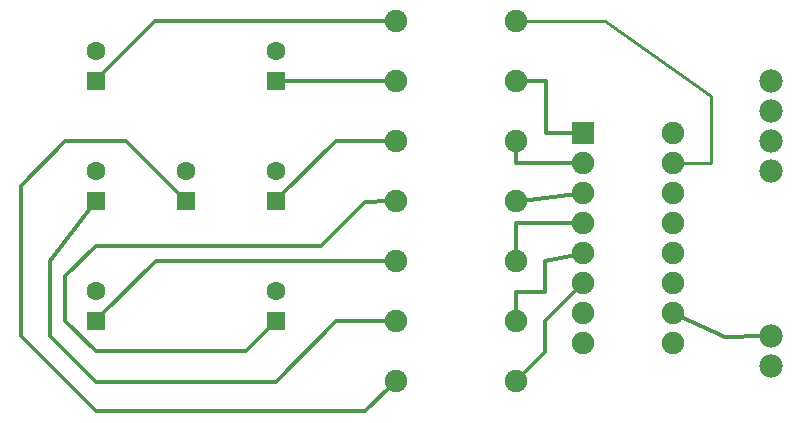
<source format=gtl>
G04 MADE WITH FRITZING*
G04 WWW.FRITZING.ORG*
G04 DOUBLE SIDED*
G04 HOLES PLATED*
G04 CONTOUR ON CENTER OF CONTOUR VECTOR*
%ASAXBY*%
%FSLAX23Y23*%
%MOIN*%
%OFA0B0*%
%SFA1.0B1.0*%
%ADD10C,0.075000*%
%ADD11C,0.062992*%
%ADD12C,0.078000*%
%ADD13R,0.062992X0.062992*%
%ADD14R,0.075000X0.075000*%
%ADD15C,0.011111*%
%ADD16C,0.012000*%
%LNCOPPER1*%
G90*
G70*
G54D10*
X1760Y1225D03*
X1360Y1225D03*
X1760Y1025D03*
X1360Y1025D03*
X1760Y1425D03*
X1360Y1425D03*
G54D11*
X960Y1427D03*
X960Y1525D03*
G54D12*
X2610Y575D03*
X2610Y475D03*
G54D11*
X360Y1027D03*
X360Y1125D03*
G54D10*
X1760Y825D03*
X1360Y825D03*
X1760Y425D03*
X1360Y425D03*
G54D11*
X960Y627D03*
X960Y725D03*
G54D12*
X2610Y1225D03*
X2610Y1125D03*
G54D11*
X960Y1027D03*
X960Y1125D03*
X360Y627D03*
X360Y725D03*
G54D12*
X2610Y1425D03*
X2610Y1325D03*
G54D11*
X660Y1027D03*
X660Y1125D03*
X360Y1427D03*
X360Y1525D03*
G54D10*
X1760Y625D03*
X1360Y625D03*
X1760Y1625D03*
X1360Y1625D03*
X1985Y1253D03*
X2285Y1253D03*
X1985Y1153D03*
X2285Y1153D03*
X1985Y1053D03*
X2285Y1053D03*
X1985Y953D03*
X2285Y953D03*
X1985Y853D03*
X2285Y853D03*
X1985Y753D03*
X2285Y753D03*
X1985Y653D03*
X2285Y653D03*
X1985Y553D03*
X2285Y553D03*
G54D13*
X960Y1427D03*
X360Y1027D03*
X960Y627D03*
X960Y1027D03*
X360Y627D03*
X660Y1027D03*
X360Y1427D03*
G54D14*
X1985Y1253D03*
G54D15*
X2410Y1375D02*
X2411Y1153D01*
D02*
X2411Y1153D02*
X2308Y1153D01*
D02*
X2059Y1626D02*
X2410Y1375D01*
D02*
X1783Y1625D02*
X2059Y1626D01*
G54D16*
D02*
X2459Y574D02*
X2306Y643D01*
D02*
X2586Y575D02*
X2459Y574D01*
D02*
X1862Y1253D02*
X1962Y1253D01*
D02*
X1862Y1426D02*
X1862Y1253D01*
D02*
X1783Y1425D02*
X1862Y1426D01*
D02*
X1760Y1202D02*
X1760Y1153D01*
D02*
X1760Y1153D02*
X1962Y1153D01*
D02*
X1783Y1028D02*
X1962Y1050D01*
D02*
X1760Y953D02*
X1962Y953D01*
D02*
X1760Y848D02*
X1760Y953D01*
D02*
X1761Y724D02*
X1859Y724D01*
D02*
X1760Y648D02*
X1761Y724D01*
D02*
X1859Y724D02*
X1859Y826D01*
D02*
X1859Y826D02*
X1962Y848D01*
D02*
X1859Y524D02*
X1859Y626D01*
D02*
X1859Y626D02*
X1969Y736D01*
D02*
X1776Y441D02*
X1859Y524D01*
D02*
X459Y1526D02*
X559Y1625D01*
D02*
X559Y1625D02*
X1331Y1625D01*
D02*
X409Y1476D02*
X459Y1526D01*
D02*
X375Y1442D02*
X409Y1476D01*
D02*
X981Y1427D02*
X1337Y1425D01*
D02*
X1161Y1225D02*
X1337Y1225D01*
D02*
X975Y1042D02*
X1161Y1225D01*
D02*
X259Y776D02*
X360Y876D01*
D02*
X1111Y876D02*
X1259Y1024D01*
D02*
X1259Y1024D02*
X1337Y1025D01*
D02*
X360Y876D02*
X1111Y876D01*
D02*
X259Y625D02*
X259Y776D01*
D02*
X360Y525D02*
X259Y625D01*
D02*
X945Y611D02*
X860Y525D01*
D02*
X860Y525D02*
X360Y525D01*
D02*
X1331Y825D02*
X561Y826D01*
D02*
X561Y826D02*
X379Y646D01*
D02*
X1161Y625D02*
X960Y424D01*
D02*
X360Y424D02*
X209Y575D01*
D02*
X960Y424D02*
X360Y424D01*
D02*
X1337Y625D02*
X1161Y625D01*
D02*
X209Y575D02*
X209Y826D01*
D02*
X209Y826D02*
X347Y1010D01*
D02*
X111Y1075D02*
X259Y1225D01*
D02*
X259Y1225D02*
X460Y1225D01*
D02*
X460Y1225D02*
X645Y1042D01*
D02*
X111Y575D02*
X111Y1075D01*
D02*
X1340Y405D02*
X1259Y326D01*
D02*
X1259Y326D02*
X360Y326D01*
D02*
X360Y326D02*
X111Y575D01*
G04 End of Copper1*
M02*
</source>
